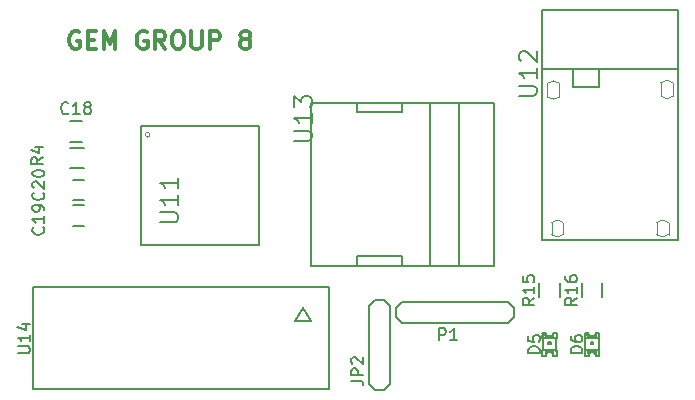
<source format=gto>
G04 #@! TF.FileFunction,Legend,Top*
%FSLAX46Y46*%
G04 Gerber Fmt 4.6, Leading zero omitted, Abs format (unit mm)*
G04 Created by KiCad (PCBNEW (2014-11-02 BZR 5250)-product) date 2/2/2015 7:49:39 PM*
%MOMM*%
G01*
G04 APERTURE LIST*
%ADD10C,0.100000*%
%ADD11C,0.300000*%
%ADD12C,0.150000*%
%ADD13C,0.070000*%
G04 APERTURE END LIST*
D10*
D11*
X143038571Y-67830000D02*
X142895714Y-67758571D01*
X142681428Y-67758571D01*
X142467143Y-67830000D01*
X142324285Y-67972857D01*
X142252857Y-68115714D01*
X142181428Y-68401429D01*
X142181428Y-68615714D01*
X142252857Y-68901429D01*
X142324285Y-69044286D01*
X142467143Y-69187143D01*
X142681428Y-69258571D01*
X142824285Y-69258571D01*
X143038571Y-69187143D01*
X143110000Y-69115714D01*
X143110000Y-68615714D01*
X142824285Y-68615714D01*
X143752857Y-68472857D02*
X144252857Y-68472857D01*
X144467143Y-69258571D02*
X143752857Y-69258571D01*
X143752857Y-67758571D01*
X144467143Y-67758571D01*
X145110000Y-69258571D02*
X145110000Y-67758571D01*
X145610000Y-68830000D01*
X146110000Y-67758571D01*
X146110000Y-69258571D01*
X148752857Y-67830000D02*
X148610000Y-67758571D01*
X148395714Y-67758571D01*
X148181429Y-67830000D01*
X148038571Y-67972857D01*
X147967143Y-68115714D01*
X147895714Y-68401429D01*
X147895714Y-68615714D01*
X147967143Y-68901429D01*
X148038571Y-69044286D01*
X148181429Y-69187143D01*
X148395714Y-69258571D01*
X148538571Y-69258571D01*
X148752857Y-69187143D01*
X148824286Y-69115714D01*
X148824286Y-68615714D01*
X148538571Y-68615714D01*
X150324286Y-69258571D02*
X149824286Y-68544286D01*
X149467143Y-69258571D02*
X149467143Y-67758571D01*
X150038571Y-67758571D01*
X150181429Y-67830000D01*
X150252857Y-67901429D01*
X150324286Y-68044286D01*
X150324286Y-68258571D01*
X150252857Y-68401429D01*
X150181429Y-68472857D01*
X150038571Y-68544286D01*
X149467143Y-68544286D01*
X151252857Y-67758571D02*
X151538571Y-67758571D01*
X151681429Y-67830000D01*
X151824286Y-67972857D01*
X151895714Y-68258571D01*
X151895714Y-68758571D01*
X151824286Y-69044286D01*
X151681429Y-69187143D01*
X151538571Y-69258571D01*
X151252857Y-69258571D01*
X151110000Y-69187143D01*
X150967143Y-69044286D01*
X150895714Y-68758571D01*
X150895714Y-68258571D01*
X150967143Y-67972857D01*
X151110000Y-67830000D01*
X151252857Y-67758571D01*
X152538572Y-67758571D02*
X152538572Y-68972857D01*
X152610000Y-69115714D01*
X152681429Y-69187143D01*
X152824286Y-69258571D01*
X153110000Y-69258571D01*
X153252858Y-69187143D01*
X153324286Y-69115714D01*
X153395715Y-68972857D01*
X153395715Y-67758571D01*
X154110001Y-69258571D02*
X154110001Y-67758571D01*
X154681429Y-67758571D01*
X154824287Y-67830000D01*
X154895715Y-67901429D01*
X154967144Y-68044286D01*
X154967144Y-68258571D01*
X154895715Y-68401429D01*
X154824287Y-68472857D01*
X154681429Y-68544286D01*
X154110001Y-68544286D01*
X156967144Y-68401429D02*
X156824286Y-68330000D01*
X156752858Y-68258571D01*
X156681429Y-68115714D01*
X156681429Y-68044286D01*
X156752858Y-67901429D01*
X156824286Y-67830000D01*
X156967144Y-67758571D01*
X157252858Y-67758571D01*
X157395715Y-67830000D01*
X157467144Y-67901429D01*
X157538572Y-68044286D01*
X157538572Y-68115714D01*
X157467144Y-68258571D01*
X157395715Y-68330000D01*
X157252858Y-68401429D01*
X156967144Y-68401429D01*
X156824286Y-68472857D01*
X156752858Y-68544286D01*
X156681429Y-68687143D01*
X156681429Y-68972857D01*
X156752858Y-69115714D01*
X156824286Y-69187143D01*
X156967144Y-69258571D01*
X157252858Y-69258571D01*
X157395715Y-69187143D01*
X157467144Y-69115714D01*
X157538572Y-68972857D01*
X157538572Y-68687143D01*
X157467144Y-68544286D01*
X157395715Y-68472857D01*
X157252858Y-68401429D01*
D12*
X142273400Y-77100800D02*
X143273400Y-77100800D01*
X143273400Y-75400800D02*
X142273400Y-75400800D01*
X142476600Y-84212800D02*
X143476600Y-84212800D01*
X143476600Y-82512800D02*
X142476600Y-82512800D01*
X142476600Y-82028400D02*
X143476600Y-82028400D01*
X143476600Y-80328400D02*
X142476600Y-80328400D01*
X183154320Y-93774260D02*
X183479440Y-93774260D01*
X183479440Y-93774260D02*
X183479440Y-93273880D01*
X183154320Y-93273880D02*
X183479440Y-93273880D01*
X183154320Y-93774260D02*
X183154320Y-93273880D01*
X182532020Y-93774260D02*
X182681880Y-93774260D01*
X182681880Y-93774260D02*
X182681880Y-93522800D01*
X182532020Y-93522800D02*
X182681880Y-93522800D01*
X182532020Y-93774260D02*
X182532020Y-93522800D01*
X183027320Y-93774260D02*
X183177180Y-93774260D01*
X183177180Y-93774260D02*
X183177180Y-93522800D01*
X183027320Y-93522800D02*
X183177180Y-93522800D01*
X183027320Y-93774260D02*
X183027320Y-93522800D01*
X182656480Y-93774260D02*
X183052720Y-93774260D01*
X183052720Y-93774260D02*
X183052720Y-93599000D01*
X182656480Y-93599000D02*
X183052720Y-93599000D01*
X182656480Y-93774260D02*
X182656480Y-93599000D01*
X183154320Y-95270320D02*
X183479440Y-95270320D01*
X183479440Y-95270320D02*
X183479440Y-94769940D01*
X183154320Y-94769940D02*
X183479440Y-94769940D01*
X183154320Y-95270320D02*
X183154320Y-94769940D01*
X182229760Y-95270320D02*
X182554880Y-95270320D01*
X182554880Y-95270320D02*
X182554880Y-94769940D01*
X182229760Y-94769940D02*
X182554880Y-94769940D01*
X182229760Y-95270320D02*
X182229760Y-94769940D01*
X183027320Y-95021400D02*
X183177180Y-95021400D01*
X183177180Y-95021400D02*
X183177180Y-94769940D01*
X183027320Y-94769940D02*
X183177180Y-94769940D01*
X183027320Y-95021400D02*
X183027320Y-94769940D01*
X182532020Y-95021400D02*
X182681880Y-95021400D01*
X182681880Y-95021400D02*
X182681880Y-94769940D01*
X182532020Y-94769940D02*
X182681880Y-94769940D01*
X182532020Y-95021400D02*
X182532020Y-94769940D01*
X182656480Y-94945200D02*
X183052720Y-94945200D01*
X183052720Y-94945200D02*
X183052720Y-94769940D01*
X182656480Y-94769940D02*
X183052720Y-94769940D01*
X182656480Y-94945200D02*
X182656480Y-94769940D01*
X182755540Y-94272100D02*
X182953660Y-94272100D01*
X182953660Y-94272100D02*
X182953660Y-94073980D01*
X182755540Y-94073980D02*
X182953660Y-94073980D01*
X182755540Y-94272100D02*
X182755540Y-94073980D01*
X182255160Y-93774260D02*
X182554880Y-93774260D01*
X182554880Y-93774260D02*
X182554880Y-93474540D01*
X182255160Y-93474540D02*
X182554880Y-93474540D01*
X182255160Y-93774260D02*
X182255160Y-93474540D01*
X182229760Y-93347540D02*
X182455820Y-93347540D01*
X182455820Y-93347540D02*
X182455820Y-93273880D01*
X182229760Y-93273880D02*
X182455820Y-93273880D01*
X182229760Y-93347540D02*
X182229760Y-93273880D01*
X183428640Y-93748860D02*
X183428640Y-94795340D01*
X182280560Y-94769940D02*
X182280560Y-93347540D01*
X182476862Y-93423740D02*
G75*
G03X182476862Y-93423740I-71842J0D01*
G01*
X182506620Y-93273880D02*
G75*
G03X183202580Y-93273880I347980J0D01*
G01*
X183202580Y-95270320D02*
G75*
G03X182506620Y-95270320I-347980J0D01*
G01*
X186761120Y-93774260D02*
X187086240Y-93774260D01*
X187086240Y-93774260D02*
X187086240Y-93273880D01*
X186761120Y-93273880D02*
X187086240Y-93273880D01*
X186761120Y-93774260D02*
X186761120Y-93273880D01*
X186138820Y-93774260D02*
X186288680Y-93774260D01*
X186288680Y-93774260D02*
X186288680Y-93522800D01*
X186138820Y-93522800D02*
X186288680Y-93522800D01*
X186138820Y-93774260D02*
X186138820Y-93522800D01*
X186634120Y-93774260D02*
X186783980Y-93774260D01*
X186783980Y-93774260D02*
X186783980Y-93522800D01*
X186634120Y-93522800D02*
X186783980Y-93522800D01*
X186634120Y-93774260D02*
X186634120Y-93522800D01*
X186263280Y-93774260D02*
X186659520Y-93774260D01*
X186659520Y-93774260D02*
X186659520Y-93599000D01*
X186263280Y-93599000D02*
X186659520Y-93599000D01*
X186263280Y-93774260D02*
X186263280Y-93599000D01*
X186761120Y-95270320D02*
X187086240Y-95270320D01*
X187086240Y-95270320D02*
X187086240Y-94769940D01*
X186761120Y-94769940D02*
X187086240Y-94769940D01*
X186761120Y-95270320D02*
X186761120Y-94769940D01*
X185836560Y-95270320D02*
X186161680Y-95270320D01*
X186161680Y-95270320D02*
X186161680Y-94769940D01*
X185836560Y-94769940D02*
X186161680Y-94769940D01*
X185836560Y-95270320D02*
X185836560Y-94769940D01*
X186634120Y-95021400D02*
X186783980Y-95021400D01*
X186783980Y-95021400D02*
X186783980Y-94769940D01*
X186634120Y-94769940D02*
X186783980Y-94769940D01*
X186634120Y-95021400D02*
X186634120Y-94769940D01*
X186138820Y-95021400D02*
X186288680Y-95021400D01*
X186288680Y-95021400D02*
X186288680Y-94769940D01*
X186138820Y-94769940D02*
X186288680Y-94769940D01*
X186138820Y-95021400D02*
X186138820Y-94769940D01*
X186263280Y-94945200D02*
X186659520Y-94945200D01*
X186659520Y-94945200D02*
X186659520Y-94769940D01*
X186263280Y-94769940D02*
X186659520Y-94769940D01*
X186263280Y-94945200D02*
X186263280Y-94769940D01*
X186362340Y-94272100D02*
X186560460Y-94272100D01*
X186560460Y-94272100D02*
X186560460Y-94073980D01*
X186362340Y-94073980D02*
X186560460Y-94073980D01*
X186362340Y-94272100D02*
X186362340Y-94073980D01*
X185861960Y-93774260D02*
X186161680Y-93774260D01*
X186161680Y-93774260D02*
X186161680Y-93474540D01*
X185861960Y-93474540D02*
X186161680Y-93474540D01*
X185861960Y-93774260D02*
X185861960Y-93474540D01*
X185836560Y-93347540D02*
X186062620Y-93347540D01*
X186062620Y-93347540D02*
X186062620Y-93273880D01*
X185836560Y-93273880D02*
X186062620Y-93273880D01*
X185836560Y-93347540D02*
X185836560Y-93273880D01*
X187035440Y-93748860D02*
X187035440Y-94795340D01*
X185887360Y-94769940D02*
X185887360Y-93347540D01*
X186083662Y-93423740D02*
G75*
G03X186083662Y-93423740I-71842J0D01*
G01*
X186113420Y-93273880D02*
G75*
G03X186809380Y-93273880I347980J0D01*
G01*
X186809380Y-95270320D02*
G75*
G03X186113420Y-95270320I-347980J0D01*
G01*
X169337400Y-91036400D02*
X169327400Y-93906400D01*
X167557400Y-93906400D02*
X167557400Y-91056400D01*
X167558400Y-97591400D02*
X167558400Y-93908400D01*
X167548400Y-91028400D02*
X168056400Y-90520400D01*
X168056400Y-90520400D02*
X168818400Y-90520400D01*
X168818400Y-90520400D02*
X169326400Y-91028400D01*
X169336400Y-93908400D02*
X169336400Y-97591400D01*
X169336400Y-97591400D02*
X168828400Y-98099400D01*
X168828400Y-98099400D02*
X168066400Y-98099400D01*
X168066400Y-98099400D02*
X167558400Y-97591400D01*
X142275000Y-77611000D02*
X143475000Y-77611000D01*
X143475000Y-79361000D02*
X142275000Y-79361000D01*
X183729600Y-89087400D02*
X183729600Y-90287400D01*
X181979600Y-90287400D02*
X181979600Y-89087400D01*
X187336400Y-89087400D02*
X187336400Y-90287400D01*
X185586400Y-90287400D02*
X185586400Y-89087400D01*
D13*
X149038200Y-76522800D02*
G75*
G03X149038200Y-76522800I-200000J0D01*
G01*
D12*
X148238200Y-75822800D02*
X148238200Y-85822800D01*
X148238200Y-75822800D02*
X158238200Y-75822800D01*
X158238200Y-75822800D02*
X158238200Y-85822800D01*
X158238200Y-85822800D02*
X148238200Y-85822800D01*
D10*
X191935400Y-84972400D02*
X191935400Y-83962400D01*
X192935400Y-84972400D02*
X192935400Y-83962400D01*
X191935400Y-84967400D02*
G75*
G03X192935400Y-84967400I500000J500000D01*
G01*
X192935400Y-83957400D02*
G75*
G03X191935400Y-83957400I-500000J-500000D01*
G01*
X193285400Y-72117400D02*
G75*
G03X192285400Y-72117400I-500000J-500000D01*
G01*
X192285400Y-73267400D02*
G75*
G03X193285400Y-73267400I500000J500000D01*
G01*
X192285400Y-73267400D02*
X192285400Y-72117400D01*
X193285400Y-73267400D02*
X193285400Y-72117400D01*
X184035400Y-83957400D02*
G75*
G03X183035400Y-83957400I-500000J-500000D01*
G01*
X183035400Y-84967400D02*
G75*
G03X184035400Y-84967400I500000J500000D01*
G01*
X184035400Y-84967400D02*
X184035400Y-83957400D01*
X183035400Y-84972400D02*
X183035400Y-83962400D01*
X182685400Y-73317400D02*
X182685400Y-72167400D01*
X183685400Y-73317400D02*
X183685400Y-72167400D01*
X182685400Y-73317400D02*
G75*
G03X183685400Y-73317400I500000J500000D01*
G01*
X183685400Y-72167400D02*
G75*
G03X182685400Y-72167400I-500000J-500000D01*
G01*
D12*
X184835400Y-70917400D02*
X184835400Y-72517400D01*
X187035400Y-70917400D02*
X187035400Y-72517400D01*
X184835400Y-72517400D02*
X187035400Y-72517400D01*
X184835400Y-70917400D02*
X187035400Y-70917400D01*
X182235400Y-70917400D02*
X193735400Y-70917400D01*
X193735400Y-85467400D02*
X182235400Y-85467400D01*
X193735400Y-65967400D02*
X182235400Y-65967400D01*
X193735400Y-65967400D02*
X193735400Y-85467400D01*
X182235400Y-85467400D02*
X182235400Y-65967400D01*
X166529200Y-86798200D02*
X166529200Y-87598200D01*
X170329200Y-86798200D02*
X166529200Y-86798200D01*
X170329200Y-87598200D02*
X170329200Y-86798200D01*
X170329200Y-73798200D02*
X170329200Y-74598200D01*
X170329200Y-74598200D02*
X166529200Y-74598200D01*
X166529200Y-74598200D02*
X166529200Y-73798200D01*
X172729200Y-73798200D02*
X172729200Y-87598200D01*
X175229200Y-73798200D02*
X175229200Y-87598200D01*
X162679200Y-87598200D02*
X178129200Y-87598200D01*
X162679200Y-87598200D02*
X162679200Y-73798200D01*
X162679200Y-73798200D02*
X178129200Y-73798200D01*
X178129200Y-73798200D02*
X178129200Y-87598200D01*
X164216600Y-98026000D02*
X164216600Y-89426000D01*
X164216600Y-89426000D02*
X139116600Y-89426000D01*
X164216600Y-98026000D02*
X139116600Y-98026000D01*
X139116600Y-98026000D02*
X139116600Y-89426000D01*
X162674680Y-92257500D02*
X161976180Y-91188160D01*
X161976180Y-91188160D02*
X161275140Y-92257500D01*
X161275140Y-92257500D02*
X162674680Y-92257500D01*
X176933600Y-92477000D02*
X179363600Y-92477000D01*
X176923600Y-90697000D02*
X179363600Y-90697000D01*
X176933600Y-92477000D02*
X174063600Y-92467000D01*
X174063600Y-90697000D02*
X176913600Y-90697000D01*
X170378600Y-90698000D02*
X174061600Y-90698000D01*
X179361600Y-90698000D02*
X179869600Y-91206000D01*
X179869600Y-91206000D02*
X179869600Y-91968000D01*
X179869600Y-91968000D02*
X179361600Y-92476000D01*
X174061600Y-92476000D02*
X170378600Y-92476000D01*
X170378600Y-92476000D02*
X169870600Y-91968000D01*
X169870600Y-91968000D02*
X169870600Y-91206000D01*
X169870600Y-91206000D02*
X170378600Y-90698000D01*
X142130543Y-74677543D02*
X142082924Y-74725162D01*
X141940067Y-74772781D01*
X141844829Y-74772781D01*
X141701971Y-74725162D01*
X141606733Y-74629924D01*
X141559114Y-74534686D01*
X141511495Y-74344210D01*
X141511495Y-74201352D01*
X141559114Y-74010876D01*
X141606733Y-73915638D01*
X141701971Y-73820400D01*
X141844829Y-73772781D01*
X141940067Y-73772781D01*
X142082924Y-73820400D01*
X142130543Y-73868019D01*
X143082924Y-74772781D02*
X142511495Y-74772781D01*
X142797209Y-74772781D02*
X142797209Y-73772781D01*
X142701971Y-73915638D01*
X142606733Y-74010876D01*
X142511495Y-74058495D01*
X143654352Y-74201352D02*
X143559114Y-74153733D01*
X143511495Y-74106114D01*
X143463876Y-74010876D01*
X143463876Y-73963257D01*
X143511495Y-73868019D01*
X143559114Y-73820400D01*
X143654352Y-73772781D01*
X143844829Y-73772781D01*
X143940067Y-73820400D01*
X143987686Y-73868019D01*
X144035305Y-73963257D01*
X144035305Y-74010876D01*
X143987686Y-74106114D01*
X143940067Y-74153733D01*
X143844829Y-74201352D01*
X143654352Y-74201352D01*
X143559114Y-74248971D01*
X143511495Y-74296590D01*
X143463876Y-74391829D01*
X143463876Y-74582305D01*
X143511495Y-74677543D01*
X143559114Y-74725162D01*
X143654352Y-74772781D01*
X143844829Y-74772781D01*
X143940067Y-74725162D01*
X143987686Y-74677543D01*
X144035305Y-74582305D01*
X144035305Y-74391829D01*
X143987686Y-74296590D01*
X143940067Y-74248971D01*
X143844829Y-74201352D01*
X139980943Y-84361257D02*
X140028562Y-84408876D01*
X140076181Y-84551733D01*
X140076181Y-84646971D01*
X140028562Y-84789829D01*
X139933324Y-84885067D01*
X139838086Y-84932686D01*
X139647610Y-84980305D01*
X139504752Y-84980305D01*
X139314276Y-84932686D01*
X139219038Y-84885067D01*
X139123800Y-84789829D01*
X139076181Y-84646971D01*
X139076181Y-84551733D01*
X139123800Y-84408876D01*
X139171419Y-84361257D01*
X140076181Y-83408876D02*
X140076181Y-83980305D01*
X140076181Y-83694591D02*
X139076181Y-83694591D01*
X139219038Y-83789829D01*
X139314276Y-83885067D01*
X139361895Y-83980305D01*
X140076181Y-82932686D02*
X140076181Y-82742210D01*
X140028562Y-82646971D01*
X139980943Y-82599352D01*
X139838086Y-82504114D01*
X139647610Y-82456495D01*
X139266657Y-82456495D01*
X139171419Y-82504114D01*
X139123800Y-82551733D01*
X139076181Y-82646971D01*
X139076181Y-82837448D01*
X139123800Y-82932686D01*
X139171419Y-82980305D01*
X139266657Y-83027924D01*
X139504752Y-83027924D01*
X139599990Y-82980305D01*
X139647610Y-82932686D01*
X139695229Y-82837448D01*
X139695229Y-82646971D01*
X139647610Y-82551733D01*
X139599990Y-82504114D01*
X139504752Y-82456495D01*
X139980943Y-81414857D02*
X140028562Y-81462476D01*
X140076181Y-81605333D01*
X140076181Y-81700571D01*
X140028562Y-81843429D01*
X139933324Y-81938667D01*
X139838086Y-81986286D01*
X139647610Y-82033905D01*
X139504752Y-82033905D01*
X139314276Y-81986286D01*
X139219038Y-81938667D01*
X139123800Y-81843429D01*
X139076181Y-81700571D01*
X139076181Y-81605333D01*
X139123800Y-81462476D01*
X139171419Y-81414857D01*
X139171419Y-81033905D02*
X139123800Y-80986286D01*
X139076181Y-80891048D01*
X139076181Y-80652952D01*
X139123800Y-80557714D01*
X139171419Y-80510095D01*
X139266657Y-80462476D01*
X139361895Y-80462476D01*
X139504752Y-80510095D01*
X140076181Y-81081524D01*
X140076181Y-80462476D01*
X139076181Y-79843429D02*
X139076181Y-79748190D01*
X139123800Y-79652952D01*
X139171419Y-79605333D01*
X139266657Y-79557714D01*
X139457133Y-79510095D01*
X139695229Y-79510095D01*
X139885705Y-79557714D01*
X139980943Y-79605333D01*
X140028562Y-79652952D01*
X140076181Y-79748190D01*
X140076181Y-79843429D01*
X140028562Y-79938667D01*
X139980943Y-79986286D01*
X139885705Y-80033905D01*
X139695229Y-80081524D01*
X139457133Y-80081524D01*
X139266657Y-80033905D01*
X139171419Y-79986286D01*
X139123800Y-79938667D01*
X139076181Y-79843429D01*
X182036981Y-95010195D02*
X181036981Y-95010195D01*
X181036981Y-94772100D01*
X181084600Y-94629242D01*
X181179838Y-94534004D01*
X181275076Y-94486385D01*
X181465552Y-94438766D01*
X181608410Y-94438766D01*
X181798886Y-94486385D01*
X181894124Y-94534004D01*
X181989362Y-94629242D01*
X182036981Y-94772100D01*
X182036981Y-95010195D01*
X181036981Y-93534004D02*
X181036981Y-94010195D01*
X181513171Y-94057814D01*
X181465552Y-94010195D01*
X181417933Y-93914957D01*
X181417933Y-93676861D01*
X181465552Y-93581623D01*
X181513171Y-93534004D01*
X181608410Y-93486385D01*
X181846505Y-93486385D01*
X181941743Y-93534004D01*
X181989362Y-93581623D01*
X182036981Y-93676861D01*
X182036981Y-93914957D01*
X181989362Y-94010195D01*
X181941743Y-94057814D01*
X185643781Y-95010195D02*
X184643781Y-95010195D01*
X184643781Y-94772100D01*
X184691400Y-94629242D01*
X184786638Y-94534004D01*
X184881876Y-94486385D01*
X185072352Y-94438766D01*
X185215210Y-94438766D01*
X185405686Y-94486385D01*
X185500924Y-94534004D01*
X185596162Y-94629242D01*
X185643781Y-94772100D01*
X185643781Y-95010195D01*
X184643781Y-93581623D02*
X184643781Y-93772100D01*
X184691400Y-93867338D01*
X184739019Y-93914957D01*
X184881876Y-94010195D01*
X185072352Y-94057814D01*
X185453305Y-94057814D01*
X185548543Y-94010195D01*
X185596162Y-93962576D01*
X185643781Y-93867338D01*
X185643781Y-93676861D01*
X185596162Y-93581623D01*
X185548543Y-93534004D01*
X185453305Y-93486385D01*
X185215210Y-93486385D01*
X185119971Y-93534004D01*
X185072352Y-93581623D01*
X185024733Y-93676861D01*
X185024733Y-93867338D01*
X185072352Y-93962576D01*
X185119971Y-94010195D01*
X185215210Y-94057814D01*
X166076381Y-97353333D02*
X166790667Y-97353333D01*
X166933524Y-97400953D01*
X167028762Y-97496191D01*
X167076381Y-97639048D01*
X167076381Y-97734286D01*
X167076381Y-96877143D02*
X166076381Y-96877143D01*
X166076381Y-96496190D01*
X166124000Y-96400952D01*
X166171619Y-96353333D01*
X166266857Y-96305714D01*
X166409714Y-96305714D01*
X166504952Y-96353333D01*
X166552571Y-96400952D01*
X166600190Y-96496190D01*
X166600190Y-96877143D01*
X166171619Y-95924762D02*
X166124000Y-95877143D01*
X166076381Y-95781905D01*
X166076381Y-95543809D01*
X166124000Y-95448571D01*
X166171619Y-95400952D01*
X166266857Y-95353333D01*
X166362095Y-95353333D01*
X166504952Y-95400952D01*
X167076381Y-95972381D01*
X167076381Y-95353333D01*
X139974581Y-78449466D02*
X139498390Y-78782800D01*
X139974581Y-79020895D02*
X138974581Y-79020895D01*
X138974581Y-78639942D01*
X139022200Y-78544704D01*
X139069819Y-78497085D01*
X139165057Y-78449466D01*
X139307914Y-78449466D01*
X139403152Y-78497085D01*
X139450771Y-78544704D01*
X139498390Y-78639942D01*
X139498390Y-79020895D01*
X139307914Y-77592323D02*
X139974581Y-77592323D01*
X138926962Y-77830419D02*
X139641248Y-78068514D01*
X139641248Y-77449466D01*
X181579781Y-90330257D02*
X181103590Y-90663591D01*
X181579781Y-90901686D02*
X180579781Y-90901686D01*
X180579781Y-90520733D01*
X180627400Y-90425495D01*
X180675019Y-90377876D01*
X180770257Y-90330257D01*
X180913114Y-90330257D01*
X181008352Y-90377876D01*
X181055971Y-90425495D01*
X181103590Y-90520733D01*
X181103590Y-90901686D01*
X181579781Y-89377876D02*
X181579781Y-89949305D01*
X181579781Y-89663591D02*
X180579781Y-89663591D01*
X180722638Y-89758829D01*
X180817876Y-89854067D01*
X180865495Y-89949305D01*
X180579781Y-88473114D02*
X180579781Y-88949305D01*
X181055971Y-88996924D01*
X181008352Y-88949305D01*
X180960733Y-88854067D01*
X180960733Y-88615971D01*
X181008352Y-88520733D01*
X181055971Y-88473114D01*
X181151210Y-88425495D01*
X181389305Y-88425495D01*
X181484543Y-88473114D01*
X181532162Y-88520733D01*
X181579781Y-88615971D01*
X181579781Y-88854067D01*
X181532162Y-88949305D01*
X181484543Y-88996924D01*
X185173881Y-90330257D02*
X184697690Y-90663591D01*
X185173881Y-90901686D02*
X184173881Y-90901686D01*
X184173881Y-90520733D01*
X184221500Y-90425495D01*
X184269119Y-90377876D01*
X184364357Y-90330257D01*
X184507214Y-90330257D01*
X184602452Y-90377876D01*
X184650071Y-90425495D01*
X184697690Y-90520733D01*
X184697690Y-90901686D01*
X185173881Y-89377876D02*
X185173881Y-89949305D01*
X185173881Y-89663591D02*
X184173881Y-89663591D01*
X184316738Y-89758829D01*
X184411976Y-89854067D01*
X184459595Y-89949305D01*
X184173881Y-88520733D02*
X184173881Y-88711210D01*
X184221500Y-88806448D01*
X184269119Y-88854067D01*
X184411976Y-88949305D01*
X184602452Y-88996924D01*
X184983405Y-88996924D01*
X185078643Y-88949305D01*
X185126262Y-88901686D01*
X185173881Y-88806448D01*
X185173881Y-88615971D01*
X185126262Y-88520733D01*
X185078643Y-88473114D01*
X184983405Y-88425495D01*
X184745310Y-88425495D01*
X184650071Y-88473114D01*
X184602452Y-88520733D01*
X184554833Y-88615971D01*
X184554833Y-88806448D01*
X184602452Y-88901686D01*
X184650071Y-88949305D01*
X184745310Y-88996924D01*
X149876771Y-83949942D02*
X151091057Y-83949942D01*
X151233914Y-83878514D01*
X151305343Y-83807085D01*
X151376771Y-83664228D01*
X151376771Y-83378514D01*
X151305343Y-83235656D01*
X151233914Y-83164228D01*
X151091057Y-83092799D01*
X149876771Y-83092799D01*
X151376771Y-81592799D02*
X151376771Y-82449942D01*
X151376771Y-82021370D02*
X149876771Y-82021370D01*
X150091057Y-82164227D01*
X150233914Y-82307085D01*
X150305343Y-82449942D01*
X151376771Y-80164228D02*
X151376771Y-81021371D01*
X151376771Y-80592799D02*
X149876771Y-80592799D01*
X150091057Y-80735656D01*
X150233914Y-80878514D01*
X150305343Y-81021371D01*
X180280571Y-73231142D02*
X181494857Y-73231142D01*
X181637714Y-73159714D01*
X181709143Y-73088285D01*
X181780571Y-72945428D01*
X181780571Y-72659714D01*
X181709143Y-72516856D01*
X181637714Y-72445428D01*
X181494857Y-72373999D01*
X180280571Y-72373999D01*
X181780571Y-70873999D02*
X181780571Y-71731142D01*
X181780571Y-71302570D02*
X180280571Y-71302570D01*
X180494857Y-71445427D01*
X180637714Y-71588285D01*
X180709143Y-71731142D01*
X180423429Y-70302571D02*
X180352000Y-70231142D01*
X180280571Y-70088285D01*
X180280571Y-69731142D01*
X180352000Y-69588285D01*
X180423429Y-69516856D01*
X180566286Y-69445428D01*
X180709143Y-69445428D01*
X180923429Y-69516856D01*
X181780571Y-70373999D01*
X181780571Y-69445428D01*
X161230571Y-77041142D02*
X162444857Y-77041142D01*
X162587714Y-76969714D01*
X162659143Y-76898285D01*
X162730571Y-76755428D01*
X162730571Y-76469714D01*
X162659143Y-76326856D01*
X162587714Y-76255428D01*
X162444857Y-76183999D01*
X161230571Y-76183999D01*
X162730571Y-74683999D02*
X162730571Y-75541142D01*
X162730571Y-75112570D02*
X161230571Y-75112570D01*
X161444857Y-75255427D01*
X161587714Y-75398285D01*
X161659143Y-75541142D01*
X161230571Y-74183999D02*
X161230571Y-73255428D01*
X161802000Y-73755428D01*
X161802000Y-73541142D01*
X161873429Y-73398285D01*
X161944857Y-73326856D01*
X162087714Y-73255428D01*
X162444857Y-73255428D01*
X162587714Y-73326856D01*
X162659143Y-73398285D01*
X162730571Y-73541142D01*
X162730571Y-73969714D01*
X162659143Y-74112571D01*
X162587714Y-74183999D01*
X137856981Y-95014895D02*
X138666505Y-95014895D01*
X138761743Y-94967276D01*
X138809362Y-94919657D01*
X138856981Y-94824419D01*
X138856981Y-94633942D01*
X138809362Y-94538704D01*
X138761743Y-94491085D01*
X138666505Y-94443466D01*
X137856981Y-94443466D01*
X138856981Y-93443466D02*
X138856981Y-94014895D01*
X138856981Y-93729181D02*
X137856981Y-93729181D01*
X137999838Y-93824419D01*
X138095076Y-93919657D01*
X138142695Y-94014895D01*
X138190314Y-92586323D02*
X138856981Y-92586323D01*
X137809362Y-92824419D02*
X138523648Y-93062514D01*
X138523648Y-92443466D01*
X173505905Y-93924381D02*
X173505905Y-92924381D01*
X173886858Y-92924381D01*
X173982096Y-92972000D01*
X174029715Y-93019619D01*
X174077334Y-93114857D01*
X174077334Y-93257714D01*
X174029715Y-93352952D01*
X173982096Y-93400571D01*
X173886858Y-93448190D01*
X173505905Y-93448190D01*
X175029715Y-93924381D02*
X174458286Y-93924381D01*
X174744000Y-93924381D02*
X174744000Y-92924381D01*
X174648762Y-93067238D01*
X174553524Y-93162476D01*
X174458286Y-93210095D01*
M02*

</source>
